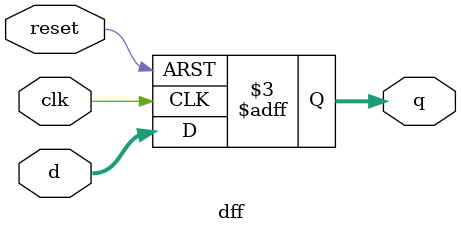
<source format=sv>

module dff(d,q,clk,reset);
    input [3:0]d;
    input clk,reset;
    output reg [3:0]q;
    always_ff@(posedge clk, negedge reset)
    begin
        if(!reset)
            q <= 4'b0;
        else
            q <= d;
    end
endmodule

</source>
